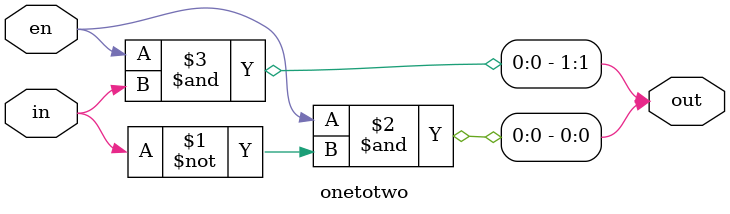
<source format=v>
module onetotwo(in,out,en);
 input in;
 input en;
 output [1:0]out;
  
 assign out[0]= en&~in;
 assign out[1]= en&in;

endmodule

</source>
